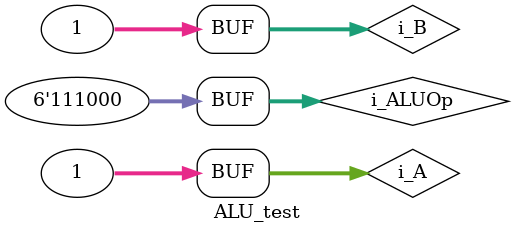
<source format=v>
module ALU_test();

    localparam op_add = 6'b000001;
    localparam op_sub = 6'b000010;
    localparam op_and = 6'b000011;
    localparam op_or = 6'b000100;
    localparam op_xor = 6'b000101;
    localparam op_nor = 6'b000110;
    localparam op_sll16 = 6'b000111;
    localparam op_sra = 6'b001000;
    localparam op_srl = 6'b010000;
    localparam op_sll = 6'b100000;
    localparam op_nop = 6'b000000;
    
    reg [31:0]i_A;
    reg [31:0]i_B;
    reg [5:0]i_ALUOp;
    wire [31:0]o_C;
    wire o_carry;
    wire o_zero;
    
    ALU alu(
    .i_A(i_A),
    .i_B(i_B),
    .i_ALUOp(i_ALUOp),
    .o_C(o_C),
    .o_carry(o_carry),
    .o_zero(o_zero)
    );
    
    
    initial begin
    
    //Prueba Suma
    
    i_ALUOp = op_add;
    i_A = 32'h00000001;
    i_B = 32'h00000001;
    
    #10
    //i_ALUOp = op_add;
    i_A = 32'hFFFFFFFF;
    i_B = 32'h00000001;
    
    #10
    //i_ALUOp = op_add;
    i_A = 32'h00000000;
    i_B = 32'h00000000;
    
    #10
    i_ALUOp = op_add;
    i_A = 32'hFFFFFFFF;
    i_B = 32'hFFFFFFFF;
    
    //Prueba resta
    #10
    i_ALUOp = op_sub;
    i_A = 32'h00000010;
    i_B = 32'h00000001;
    
    #10
    i_ALUOp = op_sub;
    i_A = 32'h00000001;
    i_B = 32'h00000001;
    
    #10
    i_ALUOp = op_sub;
    i_A = 32'h00000010;
    i_B = 32'h00000100;
    
    #10
    i_ALUOp = op_sub;
    i_A = 32'h00000000;
    i_B = 32'h00000000;
    
    //Prueba and
    #10
    i_ALUOp = op_and;
    i_A = 32'h00000010;
    i_B = 32'h00000001;
    
    #10
    i_ALUOp = op_and;
    i_A = 32'h000000F0;
    i_B = 32'h000000FF;
    
    //Prueba or
    #10
    i_ALUOp = op_or;
    i_A = 32'h00000FF0;
    i_B = 32'h0000FF0F;
    
    //Prueba xor
    #10
    i_ALUOp = op_xor;
    i_A = 32'h00000FF0;
    i_B = 32'h0000FF0F;
    
    //Prueba sra
    #10
    i_ALUOp = op_sra;
    i_A = 32'h00000002;
    i_B = 32'hF0000000;
    
    #10
    i_ALUOp = op_sra;
    i_A = 32'h00000002;
    i_B = 32'h000000FF;
    
    //Prueba srl
    #10
    i_ALUOp = op_srl;
    i_A = 32'h00000002;
    i_B = 32'hF0000000;
    
    #10
    i_ALUOp = op_srl;
    i_A = 32'h00000002;
    i_B = 32'h000000FF;
    
    //Prueba sll
    #10
    i_ALUOp = op_sll;
    i_A = 32'h00000002;
    i_B = 32'hF0000000;
    
    #10
    i_ALUOp = op_sll;
    i_A = 32'h00000002;
    i_B = 32'h000000FF;
    
    //Prueba nor
    #10
    i_ALUOp = op_nor;
    i_A = 32'h00000110;
    i_B = 32'h00000101;
    
    //Prueba sll16
    #10
    i_ALUOp = op_sll16;
    i_B = 32'h0000F000;
    
    #10
    i_ALUOp = op_sll16;
    i_B = 32'h000000FF;
    
    //Prueba operacion invalida
    #10
    i_ALUOp = 6'b111000;
    i_A = 32'h00000001;
    i_B = 32'h00000001;

    end

endmodule
</source>
